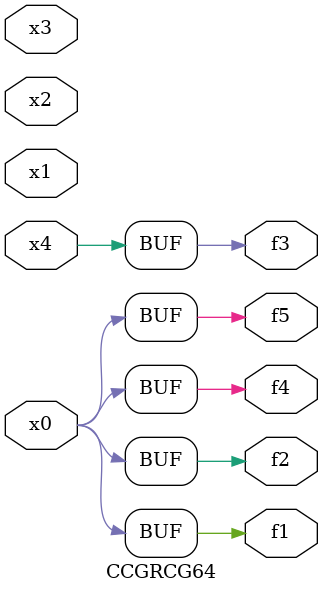
<source format=v>
module CCGRCG64(
	input x0, x1, x2, x3, x4,
	output f1, f2, f3, f4, f5
);
	assign f1 = x0;
	assign f2 = x0;
	assign f3 = x4;
	assign f4 = x0;
	assign f5 = x0;
endmodule

</source>
